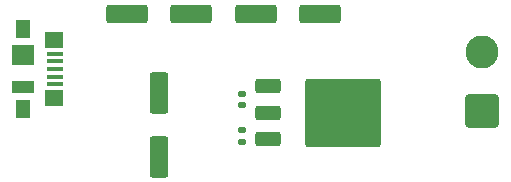
<source format=gbr>
%TF.GenerationSoftware,KiCad,Pcbnew,9.0.4*%
%TF.CreationDate,2025-09-26T16:48:27+03:00*%
%TF.ProjectId,voltage_reg,766f6c74-6167-4655-9f72-65672e6b6963,rev?*%
%TF.SameCoordinates,Original*%
%TF.FileFunction,Soldermask,Top*%
%TF.FilePolarity,Negative*%
%FSLAX46Y46*%
G04 Gerber Fmt 4.6, Leading zero omitted, Abs format (unit mm)*
G04 Created by KiCad (PCBNEW 9.0.4) date 2025-09-26 16:48:27*
%MOMM*%
%LPD*%
G01*
G04 APERTURE LIST*
G04 Aperture macros list*
%AMRoundRect*
0 Rectangle with rounded corners*
0 $1 Rounding radius*
0 $2 $3 $4 $5 $6 $7 $8 $9 X,Y pos of 4 corners*
0 Add a 4 corners polygon primitive as box body*
4,1,4,$2,$3,$4,$5,$6,$7,$8,$9,$2,$3,0*
0 Add four circle primitives for the rounded corners*
1,1,$1+$1,$2,$3*
1,1,$1+$1,$4,$5*
1,1,$1+$1,$6,$7*
1,1,$1+$1,$8,$9*
0 Add four rect primitives between the rounded corners*
20,1,$1+$1,$2,$3,$4,$5,0*
20,1,$1+$1,$4,$5,$6,$7,0*
20,1,$1+$1,$6,$7,$8,$9,0*
20,1,$1+$1,$8,$9,$2,$3,0*%
G04 Aperture macros list end*
%ADD10RoundRect,0.250000X1.500000X0.550000X-1.500000X0.550000X-1.500000X-0.550000X1.500000X-0.550000X0*%
%ADD11RoundRect,0.250001X1.149999X-1.149999X1.149999X1.149999X-1.149999X1.149999X-1.149999X-1.149999X0*%
%ADD12C,2.800000*%
%ADD13RoundRect,0.250000X-1.500000X-0.550000X1.500000X-0.550000X1.500000X0.550000X-1.500000X0.550000X0*%
%ADD14RoundRect,0.250000X0.550000X-1.500000X0.550000X1.500000X-0.550000X1.500000X-0.550000X-1.500000X0*%
%ADD15RoundRect,0.140000X0.170000X-0.140000X0.170000X0.140000X-0.170000X0.140000X-0.170000X-0.140000X0*%
%ADD16R,1.380000X0.450000*%
%ADD17R,1.300000X1.650000*%
%ADD18R,1.550000X1.425000*%
%ADD19R,1.900000X1.800000*%
%ADD20R,1.900000X1.000000*%
%ADD21RoundRect,0.250000X-0.850000X-0.350000X0.850000X-0.350000X0.850000X0.350000X-0.850000X0.350000X0*%
%ADD22RoundRect,0.249997X-2.950003X-2.650003X2.950003X-2.650003X2.950003X2.650003X-2.950003X2.650003X0*%
G04 APERTURE END LIST*
D10*
%TO.C,C5*%
X145930000Y-98090000D03*
X140530000Y-98090000D03*
%TD*%
D11*
%TO.C,J2*%
X170607500Y-106300000D03*
D12*
X170607500Y-101300000D03*
%TD*%
D13*
%TO.C,C2*%
X151460000Y-98070000D03*
X156860000Y-98070000D03*
%TD*%
D14*
%TO.C,C4*%
X143250000Y-110210000D03*
X143250000Y-104810000D03*
%TD*%
D15*
%TO.C,C3*%
X150270000Y-108900000D03*
X150270000Y-107940000D03*
%TD*%
%TO.C,C1*%
X150240000Y-105820000D03*
X150240000Y-104860000D03*
%TD*%
D16*
%TO.C,J1*%
X134420000Y-101460000D03*
X134420000Y-102110000D03*
X134420000Y-102760000D03*
X134420000Y-103410000D03*
X134420000Y-104060000D03*
D17*
X131760000Y-99385000D03*
D18*
X134335000Y-100272500D03*
D19*
X131760000Y-101610000D03*
D20*
X131760000Y-104310000D03*
D18*
X134335000Y-105247500D03*
D17*
X131760000Y-106135000D03*
%TD*%
D21*
%TO.C,U1*%
X152505000Y-104165000D03*
X152505000Y-106445000D03*
D22*
X158805000Y-106445000D03*
D21*
X152505000Y-108725000D03*
%TD*%
M02*

</source>
